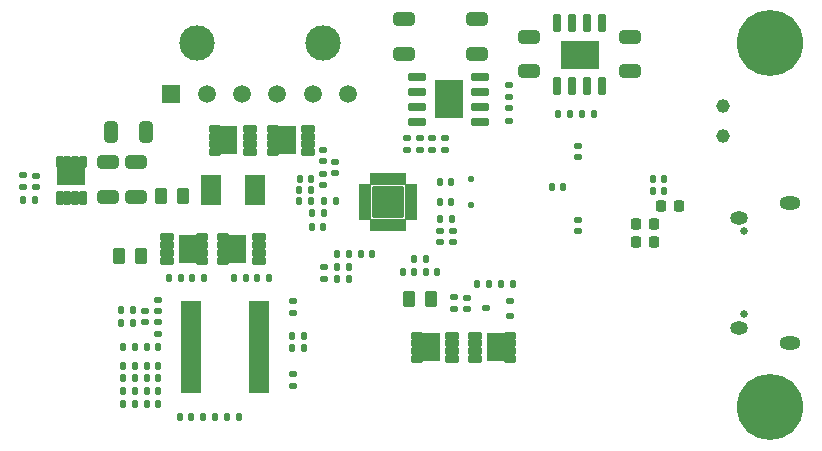
<source format=gbr>
%TF.GenerationSoftware,KiCad,Pcbnew,8.0.3*%
%TF.CreationDate,2024-09-21T22:38:29+02:00*%
%TF.ProjectId,Battery_pack,42617474-6572-4795-9f70-61636b2e6b69,1.0*%
%TF.SameCoordinates,Original*%
%TF.FileFunction,Soldermask,Bot*%
%TF.FilePolarity,Negative*%
%FSLAX46Y46*%
G04 Gerber Fmt 4.6, Leading zero omitted, Abs format (unit mm)*
G04 Created by KiCad (PCBNEW 8.0.3) date 2024-09-21 22:38:29*
%MOMM*%
%LPD*%
G01*
G04 APERTURE LIST*
G04 Aperture macros list*
%AMRoundRect*
0 Rectangle with rounded corners*
0 $1 Rounding radius*
0 $2 $3 $4 $5 $6 $7 $8 $9 X,Y pos of 4 corners*
0 Add a 4 corners polygon primitive as box body*
4,1,4,$2,$3,$4,$5,$6,$7,$8,$9,$2,$3,0*
0 Add four circle primitives for the rounded corners*
1,1,$1+$1,$2,$3*
1,1,$1+$1,$4,$5*
1,1,$1+$1,$6,$7*
1,1,$1+$1,$8,$9*
0 Add four rect primitives between the rounded corners*
20,1,$1+$1,$2,$3,$4,$5,0*
20,1,$1+$1,$4,$5,$6,$7,0*
20,1,$1+$1,$6,$7,$8,$9,0*
20,1,$1+$1,$8,$9,$2,$3,0*%
G04 Aperture macros list end*
%ADD10C,2.999999*%
%ADD11R,1.520000X1.520000*%
%ADD12C,1.520000*%
%ADD13C,0.650000*%
%ADD14O,1.804000X1.104000*%
%ADD15O,1.504000X1.104000*%
%ADD16C,5.600000*%
%ADD17C,1.168400*%
%ADD18RoundRect,0.140000X0.170000X-0.140000X0.170000X0.140000X-0.170000X0.140000X-0.170000X-0.140000X0*%
%ADD19RoundRect,0.076750X-0.810250X-0.230250X0.810250X-0.230250X0.810250X0.230250X-0.810250X0.230250X0*%
%ADD20RoundRect,0.135000X-0.135000X-0.185000X0.135000X-0.185000X0.135000X0.185000X-0.135000X0.185000X0*%
%ADD21RoundRect,0.140000X-0.140000X-0.170000X0.140000X-0.170000X0.140000X0.170000X-0.140000X0.170000X0*%
%ADD22RoundRect,0.135000X0.135000X0.185000X-0.135000X0.185000X-0.135000X-0.185000X0.135000X-0.185000X0*%
%ADD23RoundRect,0.225000X-0.225000X-0.250000X0.225000X-0.250000X0.225000X0.250000X-0.225000X0.250000X0*%
%ADD24RoundRect,0.250000X0.650000X-0.325000X0.650000X0.325000X-0.650000X0.325000X-0.650000X-0.325000X0*%
%ADD25RoundRect,0.102000X0.495000X0.202500X-0.495000X0.202500X-0.495000X-0.202500X0.495000X-0.202500X0*%
%ADD26RoundRect,0.102000X0.380000X0.202500X-0.380000X0.202500X-0.380000X-0.202500X0.380000X-0.202500X0*%
%ADD27RoundRect,0.102000X0.862500X1.117500X-0.862500X1.117500X-0.862500X-1.117500X0.862500X-1.117500X0*%
%ADD28RoundRect,0.140000X-0.170000X0.140000X-0.170000X-0.140000X0.170000X-0.140000X0.170000X0.140000X0*%
%ADD29RoundRect,0.135000X0.185000X-0.135000X0.185000X0.135000X-0.185000X0.135000X-0.185000X-0.135000X0*%
%ADD30RoundRect,0.140000X0.140000X0.170000X-0.140000X0.170000X-0.140000X-0.170000X0.140000X-0.170000X0*%
%ADD31RoundRect,0.135000X-0.185000X0.135000X-0.185000X-0.135000X0.185000X-0.135000X0.185000X0.135000X0*%
%ADD32RoundRect,0.250000X-0.650000X0.325000X-0.650000X-0.325000X0.650000X-0.325000X0.650000X0.325000X0*%
%ADD33RoundRect,0.250000X-0.262500X-0.450000X0.262500X-0.450000X0.262500X0.450000X-0.262500X0.450000X0*%
%ADD34RoundRect,0.250000X0.262500X0.450000X-0.262500X0.450000X-0.262500X-0.450000X0.262500X-0.450000X0*%
%ADD35RoundRect,0.102000X0.202500X-0.495000X0.202500X0.495000X-0.202500X0.495000X-0.202500X-0.495000X0*%
%ADD36RoundRect,0.102000X0.202500X-0.380000X0.202500X0.380000X-0.202500X0.380000X-0.202500X-0.380000X0*%
%ADD37RoundRect,0.102000X1.117500X-0.862500X1.117500X0.862500X-1.117500X0.862500X-1.117500X-0.862500X0*%
%ADD38RoundRect,0.150000X0.150000X-0.650000X0.150000X0.650000X-0.150000X0.650000X-0.150000X-0.650000X0*%
%ADD39R,3.200000X2.400000*%
%ADD40RoundRect,0.112500X-0.237500X0.112500X-0.237500X-0.112500X0.237500X-0.112500X0.237500X0.112500X0*%
%ADD41RoundRect,0.102000X-0.495000X-0.202500X0.495000X-0.202500X0.495000X0.202500X-0.495000X0.202500X0*%
%ADD42RoundRect,0.102000X-0.380000X-0.202500X0.380000X-0.202500X0.380000X0.202500X-0.380000X0.202500X0*%
%ADD43RoundRect,0.102000X-0.862500X-1.117500X0.862500X-1.117500X0.862500X1.117500X-0.862500X1.117500X0*%
%ADD44RoundRect,0.125000X0.125000X-0.125000X0.125000X0.125000X-0.125000X0.125000X-0.125000X-0.125000X0*%
%ADD45RoundRect,0.102000X0.750000X1.200000X-0.750000X1.200000X-0.750000X-1.200000X0.750000X-1.200000X0*%
%ADD46RoundRect,0.250000X-0.325000X-0.650000X0.325000X-0.650000X0.325000X0.650000X-0.325000X0.650000X0*%
%ADD47RoundRect,0.150000X0.650000X0.150000X-0.650000X0.150000X-0.650000X-0.150000X0.650000X-0.150000X0*%
%ADD48R,2.400000X3.200000*%
%ADD49RoundRect,0.102000X1.225000X-1.225000X1.225000X1.225000X-1.225000X1.225000X-1.225000X-1.225000X0*%
%ADD50RoundRect,0.059250X0.472750X-0.177750X0.472750X0.177750X-0.472750X0.177750X-0.472750X-0.177750X0*%
%ADD51RoundRect,0.059250X0.177750X-0.472750X0.177750X0.472750X-0.177750X0.472750X-0.177750X-0.472750X0*%
G04 APERTURE END LIST*
D10*
%TO.C,J401*%
X132061178Y-99580001D03*
X121361200Y-99580001D03*
D11*
X119211181Y-103900000D03*
D12*
X122211180Y-103900000D03*
X125211179Y-103900000D03*
X128211178Y-103900000D03*
X131211177Y-103900000D03*
X134211176Y-103900000D03*
%TD*%
D13*
%TO.C,J601*%
X167750000Y-122510000D03*
X167750000Y-115510000D03*
D14*
X171600000Y-124930000D03*
X171600000Y-113090000D03*
D15*
X167280000Y-123660000D03*
X167280000Y-114360000D03*
%TD*%
D16*
%TO.C,REF\u002A\u002A*%
X169900000Y-99600000D03*
%TD*%
%TO.C,REF\u002A\u002A*%
X169900000Y-130400000D03*
%TD*%
D17*
%TO.C,REF\u002A\u002A*%
X165937600Y-107470000D03*
X165937600Y-104930000D03*
%TD*%
D18*
%TO.C,C205*%
X153646101Y-115508950D03*
X153646101Y-114548950D03*
%TD*%
D19*
%TO.C,U501*%
X120929600Y-128898600D03*
X120929600Y-128248600D03*
X120929600Y-127598599D03*
X120929600Y-126948600D03*
X120929600Y-126298601D03*
X120929600Y-125648600D03*
X120929600Y-124998600D03*
X120929600Y-124348599D03*
X120929600Y-123698600D03*
X120929600Y-123048601D03*
X120929600Y-122398600D03*
X120929600Y-121748600D03*
X126669600Y-121748600D03*
X126669600Y-122398600D03*
X126669600Y-123048601D03*
X126669600Y-123698600D03*
X126669600Y-124348599D03*
X126669600Y-124998600D03*
X126669600Y-125648600D03*
X126669600Y-126298601D03*
X126669600Y-126948600D03*
X126669600Y-127598599D03*
X126669600Y-128248600D03*
X126669600Y-128898600D03*
%TD*%
D20*
%TO.C,R305*%
X106693401Y-112899399D03*
X107713399Y-112899399D03*
%TD*%
%TO.C,R505*%
X115162201Y-127970200D03*
X116182199Y-127970200D03*
%TD*%
D21*
%TO.C,C510*%
X117172800Y-125323600D03*
X118132800Y-125323600D03*
%TD*%
D22*
%TO.C,R307*%
X146108698Y-119945101D03*
X145088700Y-119945101D03*
%TD*%
D21*
%TO.C,C311*%
X136217601Y-117449600D03*
X135257601Y-117449600D03*
%TD*%
%TO.C,C201*%
X151438901Y-111726950D03*
X152398901Y-111726950D03*
%TD*%
D23*
%TO.C,C209*%
X160667400Y-113403350D03*
X162217400Y-113403350D03*
%TD*%
D21*
%TO.C,C305*%
X140761601Y-117876801D03*
X139801601Y-117876801D03*
%TD*%
D24*
%TO.C,C402*%
X158076800Y-101967000D03*
X158076800Y-99016998D03*
%TD*%
D25*
%TO.C,Q502*%
X126611700Y-116002400D03*
X126611700Y-116662400D03*
X126611700Y-117322400D03*
X126611700Y-117982400D03*
D26*
X123626700Y-117982400D03*
X123626700Y-117322400D03*
X123626700Y-116662400D03*
X123626700Y-116002400D03*
D27*
X124619200Y-116992400D03*
%TD*%
D28*
%TO.C,C303*%
X144232599Y-121141501D03*
X144232599Y-122101501D03*
%TD*%
D20*
%TO.C,R502*%
X115162201Y-130103800D03*
X116182199Y-130103800D03*
%TD*%
%TO.C,R511*%
X115159601Y-125323600D03*
X116179599Y-125323600D03*
%TD*%
D28*
%TO.C,C313*%
X133096000Y-110563600D03*
X133096000Y-109603600D03*
%TD*%
D29*
%TO.C,R313*%
X140258800Y-107643200D03*
X140258800Y-108663198D03*
%TD*%
D18*
%TO.C,C304*%
X107762200Y-111753799D03*
X107762200Y-110793799D03*
%TD*%
%TO.C,C302*%
X143052801Y-115496400D03*
X143052801Y-116456400D03*
%TD*%
D20*
%TO.C,R319*%
X131066000Y-112979199D03*
X130046002Y-112979199D03*
%TD*%
%TO.C,R310*%
X132111998Y-113995200D03*
X131092000Y-113995200D03*
%TD*%
D30*
%TO.C,C308*%
X141963201Y-111353600D03*
X142923201Y-111353600D03*
%TD*%
D21*
%TO.C,C315*%
X132102800Y-115163600D03*
X131142800Y-115163600D03*
%TD*%
D22*
%TO.C,R514*%
X120042399Y-119430800D03*
X119022401Y-119430800D03*
%TD*%
D18*
%TO.C,C509*%
X118059200Y-122247600D03*
X118059200Y-121287600D03*
%TD*%
D31*
%TO.C,R309*%
X139192000Y-108663199D03*
X139192000Y-107643201D03*
%TD*%
D29*
%TO.C,R516*%
X129515200Y-122407599D03*
X129515200Y-121387601D03*
%TD*%
D30*
%TO.C,C314*%
X130076000Y-111048800D03*
X131036000Y-111048800D03*
%TD*%
D18*
%TO.C,C312*%
X132080000Y-110670400D03*
X132080000Y-111630400D03*
%TD*%
D20*
%TO.C,R509*%
X120952801Y-119430800D03*
X121972799Y-119430800D03*
%TD*%
%TO.C,R508*%
X115162201Y-126903400D03*
X116182199Y-126903400D03*
%TD*%
D28*
%TO.C,C508*%
X118059200Y-123206800D03*
X118059200Y-124166800D03*
%TD*%
D32*
%TO.C,C310*%
X116230402Y-109646400D03*
X116230402Y-112596402D03*
%TD*%
D21*
%TO.C,C503*%
X121923200Y-131196000D03*
X122883200Y-131196000D03*
%TD*%
D22*
%TO.C,R510*%
X125526800Y-119430800D03*
X124506802Y-119430800D03*
%TD*%
D25*
%TO.C,Q306*%
X130821302Y-106829401D03*
X130821302Y-107489401D03*
X130821302Y-108149401D03*
X130821302Y-108809401D03*
D26*
X127836302Y-108809401D03*
X127836302Y-108149401D03*
X127836302Y-107489401D03*
X127836302Y-106829401D03*
D27*
X128828802Y-107819401D03*
%TD*%
D32*
%TO.C,C401*%
X149542399Y-99016999D03*
X149542399Y-101967001D03*
%TD*%
D22*
%TO.C,R314*%
X132179602Y-112928400D03*
X133199600Y-112928400D03*
%TD*%
D31*
%TO.C,R308*%
X141325600Y-108661199D03*
X141325600Y-107641201D03*
%TD*%
D22*
%TO.C,R301*%
X141984002Y-114452400D03*
X143004000Y-114452400D03*
%TD*%
D33*
%TO.C,R517*%
X114809900Y-117576400D03*
X116634900Y-117576400D03*
%TD*%
D20*
%TO.C,R507*%
X129462401Y-125404800D03*
X130482399Y-125404800D03*
%TD*%
D22*
%TO.C,R513*%
X115978399Y-122188199D03*
X114958401Y-122188199D03*
%TD*%
D31*
%TO.C,R404*%
X147777200Y-105112001D03*
X147777200Y-106131999D03*
%TD*%
D21*
%TO.C,C208*%
X159973301Y-112133350D03*
X160933301Y-112133350D03*
%TD*%
D32*
%TO.C,C309*%
X113893604Y-109646400D03*
X113893604Y-112596402D03*
%TD*%
D24*
%TO.C,C404*%
X145084800Y-100484201D03*
X145084800Y-97534199D03*
%TD*%
D20*
%TO.C,R320*%
X134238400Y-118516400D03*
X133218402Y-118516400D03*
%TD*%
D31*
%TO.C,R304*%
X106695401Y-110763800D03*
X106695401Y-111783798D03*
%TD*%
D30*
%TO.C,C505*%
X118133400Y-127970200D03*
X117173400Y-127970200D03*
%TD*%
D34*
%TO.C,R311*%
X120190902Y-112493001D03*
X118365902Y-112493001D03*
%TD*%
D29*
%TO.C,R303*%
X143154400Y-122118800D03*
X143154400Y-121098802D03*
%TD*%
D31*
%TO.C,R503*%
X129515200Y-127587201D03*
X129515200Y-128607199D03*
%TD*%
D30*
%TO.C,C307*%
X141963200Y-113030000D03*
X142923200Y-113030000D03*
%TD*%
D28*
%TO.C,C206*%
X153646101Y-108300550D03*
X153646101Y-109260550D03*
%TD*%
D35*
%TO.C,Q303*%
X111747401Y-112657999D03*
X111087401Y-112657999D03*
X110427401Y-112657999D03*
X109767401Y-112657999D03*
D36*
X109767401Y-109672999D03*
X110427401Y-109672999D03*
X111087401Y-109672999D03*
X111747401Y-109672999D03*
D37*
X110757401Y-110665499D03*
%TD*%
D33*
%TO.C,R302*%
X139346299Y-121275300D03*
X141171299Y-121275300D03*
%TD*%
D22*
%TO.C,R318*%
X133218402Y-119583200D03*
X134238400Y-119583200D03*
%TD*%
D24*
%TO.C,C403*%
X138938000Y-100484201D03*
X138938000Y-97534199D03*
%TD*%
D38*
%TO.C,U401*%
X155714598Y-103192800D03*
X154444599Y-103192800D03*
X153174599Y-103192800D03*
X151904600Y-103192800D03*
X151904600Y-97892800D03*
X153174599Y-97892800D03*
X154444599Y-97892800D03*
X155714598Y-97892800D03*
D39*
X153809599Y-100542800D03*
%TD*%
D20*
%TO.C,R306*%
X147120700Y-119945101D03*
X148140698Y-119945101D03*
%TD*%
D40*
%TO.C,Q304*%
X147868699Y-121378801D03*
X147868699Y-122678801D03*
X145868699Y-122028801D03*
%TD*%
D23*
%TO.C,C203*%
X158560700Y-116451350D03*
X160110700Y-116451350D03*
%TD*%
D18*
%TO.C,C318*%
X141986001Y-115496400D03*
X141986001Y-116456400D03*
%TD*%
D22*
%TO.C,R402*%
X152996800Y-105572000D03*
X151976802Y-105572000D03*
%TD*%
D41*
%TO.C,Q301*%
X144920199Y-126325401D03*
X144920199Y-125665401D03*
X144920199Y-125005401D03*
X144920199Y-124345401D03*
D42*
X147905199Y-124345401D03*
X147905199Y-125005401D03*
X147905199Y-125665401D03*
X147905199Y-126325401D03*
D43*
X146912699Y-125335401D03*
%TD*%
D44*
%TO.C,D301*%
X144627600Y-111117201D03*
X144627600Y-113317199D03*
%TD*%
D30*
%TO.C,C317*%
X140789599Y-118943601D03*
X141749599Y-118943601D03*
%TD*%
D21*
%TO.C,C306*%
X139773599Y-118943601D03*
X138813599Y-118943601D03*
%TD*%
D45*
%TO.C,L301*%
X126310003Y-112035801D03*
X122610001Y-112035801D03*
%TD*%
D22*
%TO.C,R401*%
X154986800Y-105572000D03*
X153966802Y-105572000D03*
%TD*%
D41*
%TO.C,Q501*%
X118833400Y-117982400D03*
X118833400Y-117322400D03*
X118833400Y-116662400D03*
X118833400Y-116002400D03*
D42*
X121818400Y-116002400D03*
X121818400Y-116662400D03*
X121818400Y-117322400D03*
X121818400Y-117982400D03*
D43*
X120825900Y-116992400D03*
%TD*%
D20*
%TO.C,R501*%
X123925201Y-131196000D03*
X124945199Y-131196000D03*
%TD*%
D31*
%TO.C,R403*%
X147777200Y-103122001D03*
X147777200Y-104141999D03*
%TD*%
D46*
%TO.C,C301*%
X114145799Y-107137200D03*
X117095801Y-107137200D03*
%TD*%
D47*
%TO.C,U402*%
X145347200Y-102438201D03*
X145347200Y-103708200D03*
X145347200Y-104978200D03*
X145347200Y-106248199D03*
X140047200Y-106248199D03*
X140047200Y-104978200D03*
X140047200Y-103708200D03*
X140047200Y-102438201D03*
D48*
X142697200Y-104343200D03*
%TD*%
D25*
%TO.C,Q305*%
X125863103Y-106829400D03*
X125863103Y-107489400D03*
X125863103Y-108149400D03*
X125863103Y-108809400D03*
D26*
X122878103Y-108809400D03*
X122878103Y-108149400D03*
X122878103Y-107489400D03*
X122878103Y-106829400D03*
D27*
X123870603Y-107819400D03*
%TD*%
D30*
%TO.C,C506*%
X118133400Y-126903400D03*
X117173400Y-126903400D03*
%TD*%
D20*
%TO.C,R504*%
X115162201Y-129037000D03*
X116182199Y-129037000D03*
%TD*%
%TO.C,R316*%
X131065999Y-112014000D03*
X130046001Y-112014000D03*
%TD*%
D23*
%TO.C,C204*%
X158560701Y-114927350D03*
X160110701Y-114927350D03*
%TD*%
D22*
%TO.C,R506*%
X130482399Y-124337999D03*
X129462401Y-124337999D03*
%TD*%
D29*
%TO.C,R321*%
X132153601Y-118565200D03*
X132153601Y-119585198D03*
%TD*%
%TO.C,R312*%
X142392401Y-107643201D03*
X142392401Y-108663199D03*
%TD*%
D28*
%TO.C,C319*%
X132080000Y-109598400D03*
X132080000Y-108638400D03*
%TD*%
D20*
%TO.C,R515*%
X126439201Y-119430800D03*
X127459199Y-119430800D03*
%TD*%
D21*
%TO.C,C202*%
X159973301Y-111117350D03*
X160933301Y-111117350D03*
%TD*%
D30*
%TO.C,C501*%
X120902000Y-131196000D03*
X119942000Y-131196000D03*
%TD*%
%TO.C,C502*%
X118133400Y-130103800D03*
X117173400Y-130103800D03*
%TD*%
D25*
%TO.C,Q302*%
X143020498Y-124339901D03*
X143020498Y-124999901D03*
X143020498Y-125659901D03*
X143020498Y-126319901D03*
D26*
X140035498Y-126319901D03*
X140035498Y-125659901D03*
X140035498Y-124999901D03*
X140035498Y-124339901D03*
D27*
X141027998Y-125329901D03*
%TD*%
D22*
%TO.C,R512*%
X115978399Y-123254999D03*
X114958401Y-123254999D03*
%TD*%
D18*
%TO.C,C507*%
X116992400Y-123201599D03*
X116992400Y-122241599D03*
%TD*%
D49*
%TO.C,U301*%
X137566401Y-113030000D03*
D50*
X139501401Y-114280000D03*
X139501402Y-113780000D03*
X139501401Y-113280000D03*
X139501401Y-112780000D03*
X139501402Y-112280000D03*
X139501401Y-111780000D03*
D51*
X138816401Y-111095000D03*
X138316401Y-111094999D03*
X137816401Y-111095000D03*
X137316401Y-111095000D03*
X136816401Y-111094999D03*
X136316401Y-111095000D03*
D50*
X135631401Y-111780000D03*
X135631400Y-112280000D03*
X135631401Y-112780000D03*
X135631401Y-113280000D03*
X135631400Y-113780000D03*
X135631401Y-114280000D03*
D51*
X136316401Y-114965000D03*
X136816401Y-114965001D03*
X137316401Y-114965000D03*
X137816401Y-114965000D03*
X138316401Y-114965001D03*
X138816401Y-114965000D03*
%TD*%
D30*
%TO.C,C504*%
X118130800Y-129037000D03*
X117170800Y-129037000D03*
%TD*%
D21*
%TO.C,C316*%
X134236401Y-117449600D03*
X133276401Y-117449600D03*
%TD*%
M02*

</source>
